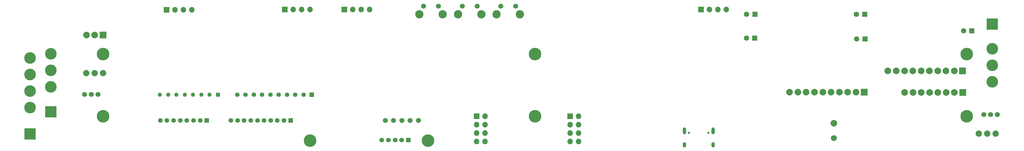
<source format=gbr>
%TF.GenerationSoftware,KiCad,Pcbnew,7.0.10*%
%TF.CreationDate,2024-02-02T23:20:54-05:00*%
%TF.ProjectId,ayab-esp32,61796162-2d65-4737-9033-322e6b696361,rev?*%
%TF.SameCoordinates,PX2be61f8PY9c01778*%
%TF.FileFunction,Soldermask,Bot*%
%TF.FilePolarity,Negative*%
%FSLAX46Y46*%
G04 Gerber Fmt 4.6, Leading zero omitted, Abs format (unit mm)*
G04 Created by KiCad (PCBNEW 7.0.10) date 2024-02-02 23:20:54*
%MOMM*%
%LPD*%
G01*
G04 APERTURE LIST*
%ADD10R,1.600000X1.600000*%
%ADD11C,1.600000*%
%ADD12R,2.000000X2.000000*%
%ADD13C,2.000000*%
%ADD14C,1.520000*%
%ADD15C,2.500000*%
%ADD16C,1.500000*%
%ADD17R,1.400000X1.400000*%
%ADD18C,1.400000*%
%ADD19R,3.500000X3.500000*%
%ADD20C,3.500000*%
%ADD21C,1.800000*%
%ADD22R,1.700000X1.700000*%
%ADD23O,1.700000X1.700000*%
%ADD24C,3.800000*%
%ADD25C,0.650000*%
%ADD26O,1.000000X2.100000*%
%ADD27O,1.000000X1.600000*%
%ADD28R,1.350000X1.350000*%
%ADD29C,1.350000*%
%ADD30C,1.900000*%
%ADD31R,1.275000X1.275000*%
%ADD32C,1.275000*%
G04 APERTURE END LIST*
D10*
%TO.C,C609*%
X222258648Y41873864D03*
D11*
X219758648Y41873864D03*
%TD*%
D12*
%TO.C,J405*%
X255238648Y18343864D03*
D13*
X252738648Y18343864D03*
X250238648Y18343864D03*
X247738648Y18343864D03*
X245238648Y18343864D03*
X242738648Y18343864D03*
X240238648Y18343864D03*
X237738648Y18343864D03*
X235238648Y18343864D03*
X232738648Y18343864D03*
%TD*%
D14*
%TO.C,SW203*%
X145678648Y44353864D03*
X150178648Y44353864D03*
D15*
X144428648Y41853864D03*
X151428648Y41853864D03*
%TD*%
D12*
%TO.C,J404*%
X284918648Y18283864D03*
D13*
X282418648Y18283864D03*
X279918648Y18283864D03*
X277418648Y18283864D03*
X274918648Y18283864D03*
X272418648Y18283864D03*
X269918648Y18283864D03*
X267418648Y18283864D03*
%TD*%
D16*
%TO.C,J412*%
X295327698Y11550054D03*
X293327698Y11550054D03*
X291327698Y11550054D03*
%TD*%
D17*
%TO.C,J413*%
X117808648Y3833864D03*
D18*
X115808648Y3833864D03*
X113808648Y3833864D03*
X111808648Y3833864D03*
X109808648Y3833864D03*
%TD*%
D19*
%TO.C,J603*%
X9998648Y12418864D03*
D20*
X9998648Y19918864D03*
X9998648Y24918864D03*
X9998648Y29918864D03*
%TD*%
D21*
%TO.C,J601*%
X246073648Y4449064D03*
D13*
X246073648Y8949064D03*
%TD*%
D22*
%TO.C,J701*%
X166556146Y11066464D03*
D23*
X169096146Y11066464D03*
X166556146Y8526464D03*
X169096146Y8526464D03*
X166556146Y5986464D03*
X169096146Y5986464D03*
X166556146Y3446464D03*
X169096146Y3446464D03*
%TD*%
D24*
%TO.C,H106*%
X286152698Y11025054D03*
%TD*%
D22*
%TO.C,J801*%
X206018648Y43333864D03*
D23*
X208558648Y43333864D03*
X211098648Y43333864D03*
X213638648Y43333864D03*
%TD*%
D19*
%TO.C,J602*%
X3808648Y5693864D03*
D20*
X3808648Y13693864D03*
X3808648Y18693864D03*
X3808648Y23693864D03*
X3808648Y28693864D03*
%TD*%
D16*
%TO.C,J410*%
X120828648Y9773864D03*
X118328648Y9773864D03*
X115828648Y9773864D03*
X113328648Y9773864D03*
X110828648Y9773864D03*
%TD*%
%TO.C,J411*%
X24229648Y17677864D03*
X22229648Y17677864D03*
X20229648Y17677864D03*
%TD*%
D24*
%TO.C,H107*%
X123719698Y3659054D03*
%TD*%
%TO.C,H104*%
X286152698Y29821054D03*
%TD*%
D22*
%TO.C,J702*%
X138428648Y11074798D03*
D23*
X140968648Y11074798D03*
X138428648Y8534798D03*
X140968648Y8534798D03*
X138428648Y5994798D03*
X140968648Y5994798D03*
X138428648Y3454798D03*
X140968648Y3454798D03*
%TD*%
D10*
%TO.C,C613*%
X222228648Y34653864D03*
D11*
X219728648Y34653864D03*
%TD*%
D12*
%TO.C,J408*%
X25768648Y35653864D03*
D13*
X23268648Y35653864D03*
X20768648Y35653864D03*
%TD*%
D17*
%TO.C,J402*%
X57038648Y9798664D03*
D18*
X55038648Y9798664D03*
X53038648Y9798664D03*
X51038648Y9798664D03*
X49038648Y9798664D03*
X47038648Y9798664D03*
X45038648Y9798664D03*
X43038648Y9798664D03*
%TD*%
D19*
%TO.C,J604*%
X293828648Y38953864D03*
D20*
X293828648Y31453864D03*
X293828648Y26453864D03*
X293828648Y21453864D03*
%TD*%
D24*
%TO.C,H102*%
X155977698Y29821054D03*
%TD*%
D14*
%TO.C,SW201*%
X122398648Y44353864D03*
X126898648Y44353864D03*
D15*
X121148648Y41853864D03*
X128148648Y41853864D03*
%TD*%
D25*
%TO.C,J501*%
X202428648Y6098864D03*
X208208648Y6098864D03*
D26*
X200998648Y6628864D03*
D27*
X200998648Y2448864D03*
D26*
X209638648Y6628864D03*
D27*
X209638648Y2448864D03*
%TD*%
D14*
%TO.C,SW202*%
X134038648Y44353864D03*
X138538648Y44353864D03*
D15*
X132788648Y41853864D03*
X139788648Y41853864D03*
%TD*%
D22*
%TO.C,J202*%
X80588648Y43283864D03*
D23*
X83128648Y43283864D03*
X85668648Y43283864D03*
X88208648Y43283864D03*
%TD*%
D22*
%TO.C,J201*%
X98518648Y43283864D03*
D23*
X101058648Y43283864D03*
X103598648Y43283864D03*
X106138648Y43283864D03*
%TD*%
D17*
%TO.C,J401*%
X82308648Y9798664D03*
D18*
X80308648Y9798664D03*
X78308648Y9798664D03*
X76308648Y9798664D03*
X74308648Y9798664D03*
X72308648Y9798664D03*
X70308648Y9798664D03*
X68308648Y9798664D03*
X66308648Y9798664D03*
X64308648Y9798664D03*
%TD*%
D10*
%TO.C,C607*%
X287688648Y36843864D03*
D11*
X285188648Y36843864D03*
%TD*%
D28*
%TO.C,J406*%
X88711248Y17578864D03*
D29*
X86211248Y17578864D03*
X83711248Y17578864D03*
X81211248Y17578864D03*
X78711248Y17578864D03*
X76211248Y17578864D03*
X73711248Y17578864D03*
X71211248Y17578864D03*
X68711248Y17578864D03*
X66211248Y17578864D03*
%TD*%
D24*
%TO.C,H103*%
X155977698Y11025054D03*
%TD*%
D12*
%TO.C,J403*%
X284878648Y24753864D03*
D13*
X282378648Y24753864D03*
X279878648Y24753864D03*
X277378648Y24753864D03*
X274878648Y24753864D03*
X272378648Y24753864D03*
X269878648Y24753864D03*
X267378648Y24753864D03*
X264878648Y24753864D03*
X262378648Y24753864D03*
%TD*%
D30*
%TO.C,J409*%
X294853648Y5851364D03*
X292313648Y5851364D03*
X289773648Y5851364D03*
%TD*%
%TO.C,J414*%
X25768648Y24108864D03*
X23228648Y24108864D03*
X20688648Y24108864D03*
%TD*%
D10*
%TO.C,C606*%
X255396048Y41841664D03*
D11*
X252896048Y41841664D03*
%TD*%
D24*
%TO.C,H101*%
X25802698Y11025054D03*
%TD*%
%TO.C,H105*%
X88159698Y3659054D03*
%TD*%
D22*
%TO.C,J806*%
X44888648Y43273864D03*
D23*
X47428648Y43273864D03*
X49968648Y43273864D03*
X52508648Y43273864D03*
%TD*%
D10*
%TO.C,C612*%
X255472248Y34450264D03*
D11*
X252972248Y34450264D03*
%TD*%
D31*
%TO.C,J407*%
X60394648Y17553464D03*
D32*
X57894648Y17553464D03*
X55394648Y17553464D03*
X52894648Y17553464D03*
X50394648Y17553464D03*
X47894648Y17553464D03*
X45394648Y17553464D03*
X42894648Y17553464D03*
%TD*%
D24*
%TO.C,H108*%
X25802698Y29821054D03*
%TD*%
M02*

</source>
